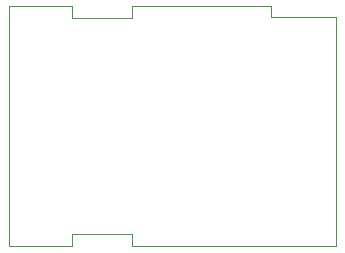
<source format=gbr>
G04 #@! TF.FileFunction,Profile,NP*
%FSLAX46Y46*%
G04 Gerber Fmt 4.6, Leading zero omitted, Abs format (unit mm)*
G04 Created by KiCad (PCBNEW 4.0.7) date Sun Apr 29 12:05:11 2018*
%MOMM*%
%LPD*%
G01*
G04 APERTURE LIST*
%ADD10C,0.100000*%
G04 APERTURE END LIST*
D10*
X150480000Y-92350000D02*
X156000000Y-92350000D01*
X150480000Y-91440000D02*
X150480000Y-92350000D01*
X133604000Y-111760000D02*
X128270000Y-111760000D01*
X133604000Y-91440000D02*
X128270000Y-91440000D01*
X138684000Y-110744000D02*
X138684000Y-111760000D01*
X133604000Y-110744000D02*
X138684000Y-110744000D01*
X133604000Y-111760000D02*
X133604000Y-110744000D01*
X138684000Y-92456000D02*
X138684000Y-91440000D01*
X133604000Y-92456000D02*
X138684000Y-92456000D01*
X133604000Y-91440000D02*
X133604000Y-92456000D01*
X156000000Y-92350000D02*
X156000000Y-111760000D01*
X138684000Y-91440000D02*
X150480000Y-91440000D01*
X128270000Y-111760000D02*
X128270000Y-91440000D01*
X156000000Y-111760000D02*
X138684000Y-111760000D01*
M02*

</source>
